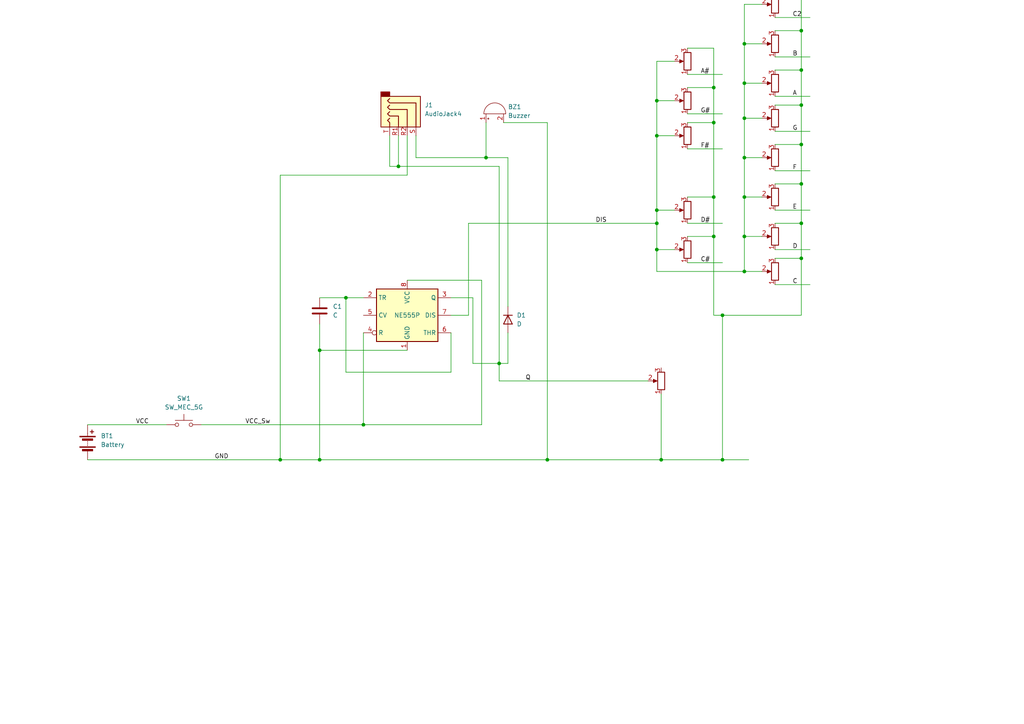
<source format=kicad_sch>
(kicad_sch (version 20230121) (generator eeschema)
  (paper "A4")
  (lib_symbols
    (symbol "Connector_Audio:AudioJack4"
      (property "Reference" "J" (at 0 8.89 0))
      (property "Value" "AudioJack4" (at 0 6.35 0))
      (symbol "AudioJack4_0_1"
        (rectangle (start -6.35 -5.08) (end -7.62 -7.62) (stroke (width 0.254)) (fill (type outline)))
        (polyline (pts (xy 0 -5.08) (xy 0.635 -5.715) (xy 1.27 -5.08) (xy 2.54 -5.08)) (stroke (width 0.254)))
        (polyline (pts (xy -5.715 -5.08) (xy -5.08 -5.715) (xy -4.445 -5.08) (xy -4.445 2.54) (xy 2.54 2.54)) (stroke (width 0.254)))
        (polyline (pts (xy -1.905 -5.08) (xy -1.27 -5.715) (xy -0.635 -5.08) (xy -0.635 -2.54) (xy 2.54 -2.54)) (stroke (width 0.254)))
        (polyline (pts (xy 2.54 0) (xy -2.54 0) (xy -2.54 -5.08) (xy -3.175 -5.715) (xy -3.81 -5.08)) (stroke (width 0.254)))
        (rectangle (start 2.54 3.81) (end -6.35 -7.62) (stroke (width 0.254)) (fill (type background)))
      )
      (symbol "AudioJack4_1_1"
        (pin passive line (at 5.08 -2.54 180) (length 2.54) (name "~") (number "R1"))
        (pin passive line (at 5.08 0 180) (length 2.54) (name "~") (number "R2"))
        (pin passive line (at 5.08 2.54 180) (length 2.54) (name "~") (number "S"))
        (pin passive line (at 5.08 -5.08 180) (length 2.54) (name "~") (number "T"))
      )
    )
    (symbol "Device:Battery" (pin_numbers hide) (pin_names (offset 0) hide)
      (property "Reference" "BT" (at 2.54 2.54 0))
      (property "Value" "Battery" (at 2.54 0 0))
      (symbol "Battery_0_1"
        (rectangle (start -2.286 -1.27) (end 2.286 -1.524) (fill (type outline)))
        (rectangle (start -2.286 1.778) (end 2.286 1.524) (fill (type outline)))
        (rectangle (start -1.524 -2.032) (end 1.524 -2.54) (fill (type outline)))
        (rectangle (start -1.524 1.016) (end 1.524 0.508) (fill (type outline)))
        (polyline (pts (xy 0 -1.016) (xy 0 -0.762)))
        (polyline (pts (xy 0 -0.508) (xy 0 -0.254)))
        (polyline (pts (xy 0 0) (xy 0 0.254)))
        (polyline (pts (xy 0 1.778) (xy 0 2.54)))
        (polyline (pts (xy 0.762 3.048) (xy 1.778 3.048)) (stroke (width 0.254)))
        (polyline (pts (xy 1.27 3.556) (xy 1.27 2.54)) (stroke (width 0.254)))
      )
      (symbol "Battery_1_1"
        (pin passive line (at 0 5.08 270) (length 2.54) (name "+") (number "1"))
        (pin passive line (at 0 -5.08 90) (length 2.54) (name "-") (number "2"))
      )
    )
    (symbol "Device:Buzzer" (pin_names (offset 0.0254) hide)
      (property "Reference" "BZ" (at 3.81 1.27 0))
      (property "Value" "Buzzer" (at 3.81 -1.27 0))
      (symbol "Buzzer_0_1"
        (arc (start 0 -3.175) (mid 3.1612 0) (end 0 3.175))
        (polyline (pts (xy -1.651 1.905) (xy -1.143 1.905)))
        (polyline (pts (xy -1.397 2.159) (xy -1.397 1.651)))
        (polyline (pts (xy 0 3.175) (xy 0 -3.175)))
      )
      (symbol "Buzzer_1_1"
        (pin passive line (at -2.54 2.54 0) (length 2.54) (name "-") (number "1"))
        (pin passive line (at -2.54 -2.54 0) (length 2.54) (name "+") (number "2"))
      )
    )
    (symbol "Device:C" (pin_numbers hide) (pin_names (offset 0.254))
      (property "Reference" "C" (at 0.635 2.54 0))
      (property "Value" "C" (at 0.635 -2.54 0))
      (symbol "C_0_1"
        (polyline (pts (xy -2.032 -0.762) (xy 2.032 -0.762)) (stroke (width 0.508)))
        (polyline (pts (xy -2.032 0.762) (xy 2.032 0.762)) (stroke (width 0.508)))
      )
      (symbol "C_1_1"
        (pin passive line (at 0 3.81 270) (length 2.794) (name "~") (number "1"))
        (pin passive line (at 0 -3.81 90) (length 2.794) (name "~") (number "2"))
      )
    )
    (symbol "Device:D" (pin_numbers hide) (pin_names (offset 1.016) hide)
      (property "Reference" "D" (at 0 2.54 0))
      (property "Value" "D" (at 0 -2.54 0))
      (symbol "D_0_1"
        (polyline (pts (xy -1.27 1.27) (xy -1.27 -1.27)) (stroke (width 0.254)))
        (polyline (pts (xy 1.27 0) (xy -1.27 0)))
        (polyline (pts (xy 1.27 1.27) (xy 1.27 -1.27) (xy -1.27 0) (xy 1.27 1.27)) (stroke (width 0.254)))
      )
      (symbol "D_1_1"
        (pin passive line (at -3.81 0 0) (length 2.54) (name "K") (number "1"))
        (pin passive line (at 3.81 0 180) (length 2.54) (name "A") (number "2"))
      )
    )
    (symbol "Device:R_Potentiometer" (pin_names (offset 1.016) hide)
      (property "Reference" "RV" (at -4.445 0 90))
      (property "Value" "R_Potentiometer" (at -2.54 0 90))
      (symbol "R_Potentiometer_0_1"
        (polyline (pts (xy 2.54 0) (xy 1.524 0)))
        (polyline (pts (xy 1.143 0) (xy 2.286 0.508) (xy 2.286 -0.508) (xy 1.143 0)) (fill (type outline)))
        (rectangle (start 1.016 2.54) (end -1.016 -2.54) (stroke (width 0.254)))
      )
      (symbol "R_Potentiometer_1_1"
        (pin passive line (at 0 3.81 270) (length 1.27) (name "1") (number "1"))
        (pin passive line (at 3.81 0 180) (length 1.27) (name "2") (number "2"))
        (pin passive line (at 0 -3.81 90) (length 1.27) (name "3") (number "3"))
      )
    )
    (symbol "Switch:SW_MEC_5G" (pin_numbers hide) (pin_names (offset 1.016) hide)
      (property "Reference" "SW" (at 1.27 2.54 0))
      (property "Value" "SW_MEC_5G" (at 0 -1.524 0))
      (symbol "SW_MEC_5G_0_1"
        (circle (center -2.032 0) (radius 0.508))
        (polyline (pts (xy 0 1.27) (xy 0 3.048)))
        (polyline (pts (xy 2.54 1.27) (xy -2.54 1.27)))
        (circle (center 2.032 0) (radius 0.508))
        (pin passive line (at -5.08 0 0) (length 2.54) (name "A") (number "1"))
        (pin passive line (at 5.08 0 180) (length 2.54) (name "B") (number "3"))
      )
      (symbol "SW_MEC_5G_1_1"
        (pin passive line (at -5.08 0 0) (length 2.54) hide (name "A") (number "2"))
        (pin passive line (at 5.08 0 180) (length 2.54) hide (name "B") (number "4"))
      )
    )
    (symbol "Timer:NE555P"
      (property "Reference" "U" (at -10.16 8.89 0))
      (property "Value" "NE555P" (at 2.54 8.89 0))
      (symbol "NE555P_0_0"
        (pin power_in line (at 0 -10.16 90) (length 2.54) (name "GND") (number "1"))
        (pin power_in line (at 0 10.16 270) (length 2.54) (name "VCC") (number "8"))
      )
      (symbol "NE555P_0_1"
        (rectangle (start -8.89 -7.62) (end 8.89 7.62) (stroke (width 0.254)) (fill (type background)))
        (rectangle (start -8.89 -7.62) (end 8.89 7.62) (stroke (width 0.254)) (fill (type background)))
      )
      (symbol "NE555P_1_1"
        (pin input line (at -12.7 5.08 0) (length 3.81) (name "TR") (number "2"))
        (pin output line (at 12.7 5.08 180) (length 3.81) (name "Q") (number "3"))
        (pin input inverted (at -12.7 -5.08 0) (length 3.81) (name "R") (number "4"))
        (pin input line (at -12.7 0 0) (length 3.81) (name "CV") (number "5"))
        (pin input line (at 12.7 -5.08 180) (length 3.81) (name "THR") (number "6"))
        (pin input line (at 12.7 0 180) (length 3.81) (name "DIS") (number "7"))
      )
    )
  )
  (junction (at 232.41 53.34))
  (junction (at 232.41 8.89))
  (junction (at 207.01 68.58))
  (junction (at 209.55 91.44))
  (junction (at 207.01 57.15))
  (junction (at 232.41 30.48))
  (junction (at 215.9 24.13))
  (junction (at 100.33 86.36))
  (junction (at 190.5 39.37))
  (junction (at 215.9 68.58))
  (junction (at 140.97 45.72))
  (junction (at 232.41 74.93))
  (junction (at 215.9 57.15))
  (junction (at 232.41 20.32))
  (junction (at 144.78 105.41))
  (junction (at 105.41 123.19))
  (junction (at 190.5 29.21))
  (junction (at 207.01 25.4))
  (junction (at 191.77 133.35))
  (junction (at 190.5 60.96))
  (junction (at 190.5 72.39))
  (junction (at 92.71 133.35))
  (junction (at 115.57 48.26))
  (junction (at 215.9 12.7))
  (junction (at 232.41 64.77))
  (junction (at 158.75 133.35))
  (junction (at 81.28 133.35))
  (junction (at 215.9 34.29))
  (junction (at 232.41 41.91))
  (junction (at 215.9 78.74))
  (junction (at 92.71 101.6))
  (junction (at 209.55 133.35))
  (junction (at 215.9 45.72))
  (junction (at 207.01 35.56))
  (junction (at 190.5 64.77))
  (wire (pts (xy 224.79 49.53) (xy 234.95 49.53)))
  (wire (pts (xy 234.95 38.1) (xy 224.79 38.1)))
  (wire (pts (xy 190.5 17.78) (xy 195.58 17.78)))
  (wire (pts (xy 232.41 74.93) (xy 232.41 91.44)))
  (wire (pts (xy 146.05 35.56) (xy 158.75 35.56)))
  (wire (pts (xy 199.39 13.97) (xy 207.01 13.97)))
  (wire (pts (xy 190.5 17.78) (xy 190.5 29.21)))
  (wire (pts (xy 147.32 45.72) (xy 140.97 45.72)))
  (wire (pts (xy 120.65 45.72) (xy 140.97 45.72)))
  (wire (pts (xy 209.55 133.35) (xy 217.17 133.35)))
  (wire (pts (xy 92.71 93.98) (xy 92.71 101.6)))
  (wire (pts (xy 215.9 45.72) (xy 215.9 57.15)))
  (wire (pts (xy 137.16 105.41) (xy 144.78 105.41)))
  (wire (pts (xy 207.01 25.4) (xy 207.01 35.56)))
  (wire (pts (xy 215.9 24.13) (xy 215.9 34.29)))
  (wire (pts (xy 215.9 68.58) (xy 220.98 68.58)))
  (wire (pts (xy 224.79 41.91) (xy 232.41 41.91)))
  (wire (pts (xy 224.79 -2.54) (xy 232.41 -2.54)))
  (wire (pts (xy 207.01 68.58) (xy 207.01 91.44)))
  (wire (pts (xy 207.01 13.97) (xy 207.01 25.4)))
  (wire (pts (xy 232.41 53.34) (xy 232.41 64.77)))
  (wire (pts (xy 190.5 64.77) (xy 190.5 72.39)))
  (wire (pts (xy 199.39 57.15) (xy 207.01 57.15)))
  (wire (pts (xy 224.79 82.55) (xy 234.95 82.55)))
  (wire (pts (xy 118.11 50.8) (xy 81.28 50.8)))
  (wire (pts (xy 118.11 39.37) (xy 118.11 50.8)))
  (wire (pts (xy 158.75 133.35) (xy 191.77 133.35)))
  (wire (pts (xy 190.5 78.74) (xy 215.9 78.74)))
  (wire (pts (xy 215.9 68.58) (xy 215.9 78.74)))
  (wire (pts (xy 100.33 86.36) (xy 100.33 107.95)))
  (wire (pts (xy 199.39 35.56) (xy 207.01 35.56)))
  (wire (pts (xy 224.79 64.77) (xy 232.41 64.77)))
  (wire (pts (xy 199.39 76.2) (xy 209.55 76.2)))
  (wire (pts (xy 224.79 27.94) (xy 234.95 27.94)))
  (wire (pts (xy 81.28 50.8) (xy 81.28 133.35)))
  (wire (pts (xy 207.01 57.15) (xy 207.01 68.58)))
  (wire (pts (xy 147.32 105.41) (xy 147.32 96.52)))
  (wire (pts (xy 215.9 34.29) (xy 215.9 45.72)))
  (wire (pts (xy 144.78 105.41) (xy 147.32 105.41)))
  (wire (pts (xy 215.9 1.27) (xy 220.98 1.27)))
  (wire (pts (xy 115.57 48.26) (xy 115.57 39.37)))
  (wire (pts (xy 232.41 41.91) (xy 232.41 53.34)))
  (wire (pts (xy 92.71 86.36) (xy 100.33 86.36)))
  (wire (pts (xy 190.5 60.96) (xy 195.58 60.96)))
  (wire (pts (xy 144.78 48.26) (xy 144.78 105.41)))
  (wire (pts (xy 199.39 68.58) (xy 207.01 68.58)))
  (wire (pts (xy 105.41 96.52) (xy 105.41 123.19)))
  (wire (pts (xy 209.55 43.18) (xy 199.39 43.18)))
  (wire (pts (xy 224.79 30.48) (xy 232.41 30.48)))
  (wire (pts (xy 115.57 48.26) (xy 144.78 48.26)))
  (wire (pts (xy 100.33 86.36) (xy 105.41 86.36)))
  (wire (pts (xy 135.89 64.77) (xy 190.5 64.77)))
  (wire (pts (xy 207.01 35.56) (xy 207.01 57.15)))
  (wire (pts (xy 140.97 45.72) (xy 140.97 35.56)))
  (wire (pts (xy 215.9 78.74) (xy 220.98 78.74)))
  (wire (pts (xy 232.41 91.44) (xy 209.55 91.44)))
  (wire (pts (xy 224.79 74.93) (xy 232.41 74.93)))
  (wire (pts (xy 209.55 91.44) (xy 209.55 133.35)))
  (wire (pts (xy 158.75 35.56) (xy 158.75 133.35)))
  (wire (pts (xy 144.78 105.41) (xy 144.78 110.49)))
  (wire (pts (xy 224.79 72.39) (xy 234.95 72.39)))
  (wire (pts (xy 199.39 21.59) (xy 209.55 21.59)))
  (wire (pts (xy 224.79 60.96) (xy 234.95 60.96)))
  (wire (pts (xy 58.42 123.19) (xy 105.41 123.19)))
  (wire (pts (xy 113.03 39.37) (xy 113.03 48.26)))
  (wire (pts (xy 190.5 29.21) (xy 195.58 29.21)))
  (wire (pts (xy 120.65 39.37) (xy 120.65 45.72)))
  (wire (pts (xy 232.41 64.77) (xy 232.41 74.93)))
  (wire (pts (xy 215.9 1.27) (xy 215.9 12.7)))
  (wire (pts (xy 191.77 114.3) (xy 191.77 133.35)))
  (wire (pts (xy 130.81 86.36) (xy 137.16 86.36)))
  (wire (pts (xy 190.5 29.21) (xy 190.5 39.37)))
  (wire (pts (xy 190.5 39.37) (xy 190.5 60.96)))
  (wire (pts (xy 199.39 33.02) (xy 209.55 33.02)))
  (wire (pts (xy 191.77 133.35) (xy 209.55 133.35)))
  (wire (pts (xy 100.33 107.95) (xy 130.81 107.95)))
  (wire (pts (xy 207.01 91.44) (xy 209.55 91.44)))
  (wire (pts (xy 130.81 96.52) (xy 130.81 107.95)))
  (wire (pts (xy 232.41 20.32) (xy 232.41 30.48)))
  (wire (pts (xy 224.79 8.89) (xy 232.41 8.89)))
  (wire (pts (xy 199.39 25.4) (xy 207.01 25.4)))
  (wire (pts (xy 25.4 133.35) (xy 81.28 133.35)))
  (wire (pts (xy 92.71 101.6) (xy 92.71 133.35)))
  (wire (pts (xy 232.41 8.89) (xy 232.41 20.32)))
  (wire (pts (xy 232.41 -2.54) (xy 232.41 8.89)))
  (wire (pts (xy 137.16 86.36) (xy 137.16 105.41)))
  (wire (pts (xy 195.58 39.37) (xy 190.5 39.37)))
  (wire (pts (xy 224.79 20.32) (xy 232.41 20.32)))
  (wire (pts (xy 215.9 57.15) (xy 215.9 68.58)))
  (wire (pts (xy 25.4 123.19) (xy 48.26 123.19)))
  (wire (pts (xy 190.5 72.39) (xy 195.58 72.39)))
  (wire (pts (xy 199.39 64.77) (xy 209.55 64.77)))
  (wire (pts (xy 224.79 16.51) (xy 234.95 16.51)))
  (wire (pts (xy 215.9 57.15) (xy 220.98 57.15)))
  (wire (pts (xy 113.03 48.26) (xy 115.57 48.26)))
  (wire (pts (xy 81.28 133.35) (xy 92.71 133.35)))
  (wire (pts (xy 215.9 12.7) (xy 220.98 12.7)))
  (wire (pts (xy 220.98 34.29) (xy 215.9 34.29)))
  (wire (pts (xy 118.11 81.28) (xy 139.7 81.28)))
  (wire (pts (xy 190.5 60.96) (xy 190.5 64.77)))
  (wire (pts (xy 190.5 72.39) (xy 190.5 78.74)))
  (wire (pts (xy 215.9 45.72) (xy 220.98 45.72)))
  (wire (pts (xy 147.32 88.9) (xy 147.32 45.72)))
  (wire (pts (xy 232.41 30.48) (xy 232.41 41.91)))
  (wire (pts (xy 144.78 110.49) (xy 187.96 110.49)))
  (wire (pts (xy 215.9 12.7) (xy 215.9 24.13)))
  (wire (pts (xy 92.71 101.6) (xy 118.11 101.6)))
  (wire (pts (xy 130.81 91.44) (xy 135.89 91.44)))
  (wire (pts (xy 105.41 123.19) (xy 139.7 123.19)))
  (wire (pts (xy 224.79 5.08) (xy 234.95 5.08)))
  (wire (pts (xy 135.89 64.77) (xy 135.89 91.44)))
  (wire (pts (xy 139.7 81.28) (xy 139.7 123.19)))
  (wire (pts (xy 92.71 133.35) (xy 158.75 133.35)))
  (wire (pts (xy 215.9 24.13) (xy 220.98 24.13)))
  (wire (pts (xy 224.79 53.34) (xy 232.41 53.34)))
  (label "VCC_Sw" (at 71.12 123.19 0))
  (label "VCC" (at 39.37 123.19 0))
  (label "D#" (at 203.2 64.77 0))
  (label "F" (at 229.87 49.53 0))
  (label "C#" (at 203.2 76.2 0))
  (label "A" (at 229.87 27.94 0))
  (label "G" (at 229.87 38.1 0))
  (label "F#" (at 203.2 43.18 0))
  (label "G#" (at 203.2 33.02 0))
  (label "E" (at 229.87 60.96 0))
  (label "B" (at 229.87 16.51 0))
  (label "D" (at 229.87 72.39 0))
  (label "GND" (at 62.23 133.35 0))
  (label "C" (at 229.87 82.55 0))
  (label "A#" (at 203.2 21.59 0))
  (label "DIS" (at 172.72 64.77 0))
  (label "Q" (at 152.4 110.49 0))
  (label "C2" (at 229.87 5.08 0))
  (symbol (lib_id "Device:R_Potentiometer") (at 224.79 45.72 180) (unit 1)
    (property "Reference" "RV_F1" (effects hide))
    (property "Value" "R_Potentiometer" (effects hide))
    (property "Footprint" "Potentiometer_THT:Potentiometer_Piher_PT-6-V_Vertical" (effects hide))
  )
  (symbol (lib_id "Device:R_Potentiometer") (at 199.39 17.78 180) (unit 1)
    (property "Reference" "RV_A#1" (effects hide))
    (property "Value" "R_Potentiometer" (effects hide))
    (property "Footprint" "Potentiometer_THT:Potentiometer_Piher_PT-6-V_Vertical" (effects hide))
  )
  (symbol (lib_id "Device:R_Potentiometer") (at 191.77 110.49 180) (unit 1)
    (property "Reference" "RV2" (effects hide))
    (property "Value" "R_Potentiometer" (effects hide))
    (property "Footprint" "Potentiometer_THT:Potentiometer_Piher_PT-6-V_Vertical" (effects hide))
  )
  (symbol (lib_id "Device:R_Potentiometer") (at 224.79 34.29 180) (unit 1)
    (property "Reference" "RV_G1" (effects hide))
    (property "Value" "R_Potentiometer" (effects hide))
    (property "Footprint" "Potentiometer_THT:Potentiometer_Piher_PT-6-V_Vertical" (effects hide))
  )
  (symbol (lib_id "Device:R_Potentiometer") (at 224.79 68.58 180) (unit 1)
    (property "Reference" "RV_D1" (effects hide))
    (property "Value" "R_Potentiometer" (effects hide))
    (property "Footprint" "Potentiometer_THT:Potentiometer_Piher_PT-6-V_Vertical" (effects hide))
  )
  (symbol (lib_id "Device:R_Potentiometer") (at 224.79 24.13 180) (unit 1)
    (property "Reference" "RV_A1" (effects hide))
    (property "Value" "R_Potentiometer" (effects hide))
    (property "Footprint" "Potentiometer_THT:Potentiometer_Piher_PT-6-V_Vertical" (effects hide))
  )
  (symbol (lib_id "Switch:SW_MEC_5G") (at 53.34 123.19 0) (unit 1)
    (property "Reference" "SW1" (at 53.34 115.57 0))
    (property "Value" "SW_MEC_5G" (at 53.34 118.11 0))
    (property "Footprint" "Button_Switch_THT:SW_Slide_1P2T_CK_OS102011MS2Q" (effects hide))
    (property "Datasheet" "http://www.apem.com/int/index.php?controller=attachment&id_attachment=488" (effects hide))
  )
  (symbol (lib_id "Device:R_Potentiometer") (at 199.39 29.21 180) (unit 1)
    (property "Reference" "RV_G#1" (effects hide))
    (property "Value" "R_Potentiometer" (effects hide))
    (property "Footprint" "Potentiometer_THT:Potentiometer_Piher_PT-6-V_Vertical" (effects hide))
  )
  (symbol (lib_id "Device:Battery") (at 25.4 128.27 0) (unit 1)
    (property "Reference" "BT1" (at 29.21 126.4285 0) (effects (justify left)))
    (property "Value" "Battery" (at 29.21 128.9685 0) (effects (justify left)))
    (property "Footprint" "Battery:BatteryHolder_Keystone_1058_1x2032" (effects hide))
  )
  (symbol (lib_id "Device:R_Potentiometer") (at 199.39 72.39 180) (unit 1)
    (property "Reference" "RV_C#1" (effects hide))
    (property "Value" "R_Potentiometer" (effects hide))
    (property "Footprint" "Potentiometer_THT:Potentiometer_Piher_PT-6-V_Vertical" (effects hide))
  )
  (symbol (lib_id "Timer:NE555P") (at 118.11 91.44 0) (unit 1)
    (property "Reference" "U1" (effects hide))
    (property "Value" "NE555P" (at 114.3 91.44 0) (effects (justify left)))
    (property "Footprint" "Package_DIP:DIP-8_W7.62mm" (effects hide))
    (property "Datasheet" "http://www.ti.com/lit/ds/symlink/ne555.pdf" (effects hide))
  )
  (symbol (lib_id "Connector_Audio:AudioJack4") (at 118.11 34.29 270) (unit 1)
    (property "Reference" "J1" (at 123.19 30.48 90) (effects (justify left)))
    (property "Value" "AudioJack4" (at 123.19 33.02 90) (effects (justify left)))
    (property "Footprint" "Connector_Audio:Jack_3.5mm_KoreanHropartsElec_PJ-320D-4A_Horizontal" (effects hide))
  )
  (symbol (lib_id "Device:R_Potentiometer") (at 199.39 39.37 180) (unit 1)
    (property "Reference" "RV_F#1" (effects hide))
    (property "Value" "R_Potentiometer" (effects hide))
    (property "Footprint" "Potentiometer_THT:Potentiometer_Piher_PT-6-V_Vertical" (effects hide))
  )
  (symbol (lib_id "Device:Buzzer") (at 143.51 33.02 90) (unit 1)
    (property "Reference" "BZ1" (at 147.32 30.9949 90) (effects (justify right)))
    (property "Value" "Buzzer" (at 147.32 33.5349 90) (effects (justify right)))
    (property "Footprint" "Buzzer_Beeper:Buzzer_12x9.5RM7.6" (effects hide))
  )
  (symbol (lib_id "Device:R_Potentiometer") (at 224.79 57.15 180) (unit 1)
    (property "Reference" "RV_E1" (effects hide))
    (property "Value" "R_Potentiometer" (effects hide))
    (property "Footprint" "Potentiometer_THT:Potentiometer_Piher_PT-6-V_Vertical" (effects hide))
  )
  (symbol (lib_id "Device:D") (at 147.32 92.71 270) (unit 1)
    (property "Reference" "D1" (at 149.86 91.44 90) (effects (justify left)))
    (property "Value" "D" (at 149.86 93.98 90) (effects (justify left)))
    (property "Footprint" "Diode_THT:D_DO-201AE_P3.81mm_Vertical_AnodeUp" (effects hide))
    (property "Sim.Device" "D" (effects hide))
    (property "Sim.Pins" "1=K 2=A" (effects hide))
  )
  (symbol (lib_id "Device:R_Potentiometer") (at 224.79 12.7 180) (unit 1)
    (property "Reference" "RV_B1" (effects hide))
    (property "Value" "R_Potentiometer" (effects hide))
    (property "Footprint" "Potentiometer_THT:Potentiometer_Piher_PT-6-V_Vertical" (effects hide))
  )
  (symbol (lib_id "Device:R_Potentiometer") (at 224.79 78.74 180) (unit 1)
    (property "Reference" "RV_C1" (effects hide))
    (property "Value" "R_Potentiometer" (effects hide))
    (property "Footprint" "Potentiometer_THT:Potentiometer_Piher_PT-6-V_Vertical" (effects hide))
  )
  (symbol (lib_id "Device:R_Potentiometer") (at 224.79 1.27 180) (unit 1)
    (property "Reference" "RV_C2" (effects hide))
    (property "Value" "R_Potentiometer" (effects hide))
    (property "Footprint" "Potentiometer_THT:Potentiometer_Piher_PT-6-V_Vertical" (effects hide))
  )
  (symbol (lib_id "Device:C") (at 92.71 90.17 180) (unit 1)
    (property "Reference" "C1" (at 96.52 88.9 0) (effects (justify right)))
    (property "Value" "C" (at 96.52 91.44 0) (effects (justify right)))
    (property "Footprint" "Capacitor_THT:C_Radial_D6.3mm_H5.0mm_P2.50mm" (effects hide))
  )
  (symbol (lib_id "Device:R_Potentiometer") (at 199.39 60.96 180) (unit 1)
    (property "Reference" "RV_D#1" (effects hide))
    (property "Value" "R_Potentiometer" (effects hide))
    (property "Footprint" "Potentiometer_THT:Potentiometer_Piher_PT-6-V_Vertical" (effects hide))
  )
)
</source>
